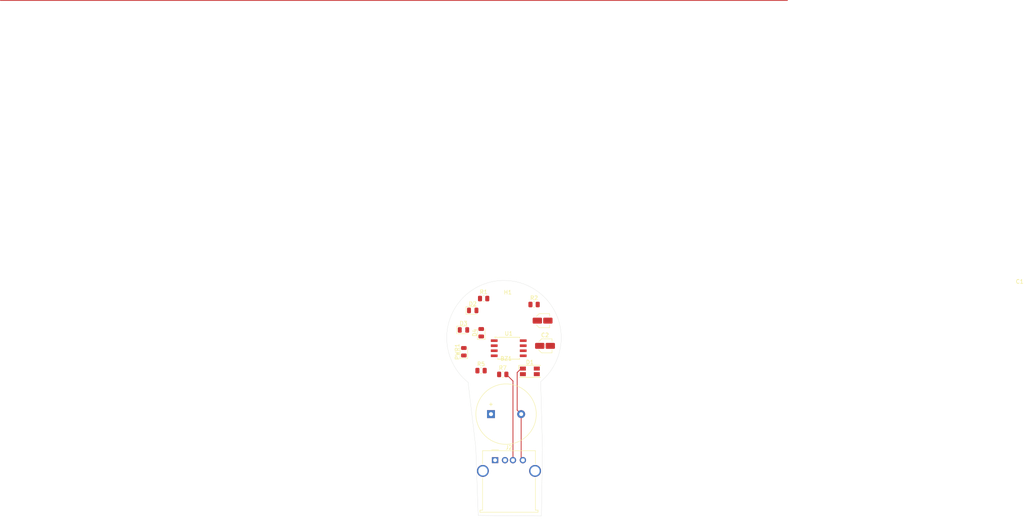
<source format=kicad_pcb>
(kicad_pcb (version 20240108) (generator "pcbnew") (generator_version "8.0")
  (layers (0 "F.Cu" signal) (31 "B.Cu" signal) (34 "B.Paste" user) (35 "F.Paste" user) (36 "B.SilkS" user "B.Silkscreen") (37 "F.SilkS" user "F.Silkscreen") (38 "B.Mask" user) (39 "F.Mask" user) (44 "Edge.Cuts" user))
  (net 0 "")
  (net 1 "GND")
  (net 2 "/BUZZER")
  (net 3 "+5V")
  (net 4 "/RED")
  (net 5 "/BLUE")
  (net 6 "/GREEN")
  (net 7 "/D-")
  (net 8 "/D+")
  (net 9 "Net-(D4-K)")
  (net 12 "Net-(PWR1-A)")
  (net 13 "/PB3")
  (net 14 "/PB4")
  (net 15 "VCC")
  (footprint "Diode_SMD:D_0805_2012Metric" (layer "F.Cu") (at 116.57 82.95)
    (property "Reference" "D3" (at 0 -1.65 0) (layer "F.SilkS"))
    (property "Value" "3.6V")
    (fp_line (start -1.685 -0.96) (end -1.685 0.96) (stroke (width 0.12)) (layer "F.SilkS"))
    (fp_line (start -1.685 0.96) (end 1 0.96) (stroke (width 0.12)) (layer "F.SilkS"))
    (fp_line (start 1 -0.96) (end -1.685 -0.96) (stroke (width 0.12)) (layer "F.SilkS"))
    (pad "1" smd roundrect (at -0.9375 0) (size 0.975 1.4) (layers "F.Cu" "F.Paste" "F.Mask") (net 8 "/D+"))
    (pad "2" smd roundrect (at 0.9375 0) (size 0.975 1.4) (layers "F.Cu" "F.Paste" "F.Mask") (net 1 "GND"))
  )
  (footprint "Resistor_SMD:R_0805_2012Metric" (layer "F.Cu") (at 121.64 75.05)
    (property "Reference" "R1" (at 0 -1.65 0) (layer "F.SilkS"))
    (property "Value" "1K5")
    (fp_line (start -0.227064 -0.735) (end 0.227064 -0.735) (stroke (width 0.12)) (layer "F.SilkS"))
    (fp_line (start -0.227064 0.735) (end 0.227064 0.735) (stroke (width 0.12)) (layer "F.SilkS"))
    (pad "1" smd roundrect (at -0.9125 0) (size 1.025 1.4) (layers "F.Cu" "F.Paste" "F.Mask") (roundrect_rratio 0.243902) (net 3 "+5V"))
    (pad "2" smd roundrect (at 0.9125 0) (size 1.025 1.4) (layers "F.Cu" "F.Paste" "F.Mask") (roundrect_rratio 0.243902) (net 7 "/D-"))
  )
  (footprint "LED_SMD:LED_RGB_1210" (layer "F.Cu") (at 133.27 93.38)
    (property "Reference" "D1" (at 0 -2.3 0) (layer "F.SilkS"))
    (property "Value" "LED_KRGB")
    (fp_line (start -2.8 -0.5) (end -2.8 -1.5) (stroke (width 0.15)) (layer "F.SilkS"))
    (fp_line (start 2.7 -1.5) (end -2.8 -1.5) (stroke (width 0.15)) (layer "F.SilkS"))
    (fp_line (start 2.7 1.5) (end -2.7 1.5) (stroke (width 0.15)) (layer "F.SilkS"))
    (pad "1" smd rect (at -1.75 -0.7 180) (size 1.5 1) (layers "F.Cu" "F.Paste" "F.Mask") (net 1 "GND"))
    (pad "2" smd rect (at -1.75 0.7 180) (size 1.5 1) (layers "F.Cu" "F.Paste" "F.Mask") (net 5 "/BLUE"))
    (pad "3" smd rect (at 1.75 0.7 180) (size 1.5 1) (layers "F.Cu" "F.Paste" "F.Mask") (net 6 "/GREEN"))
    (pad "4" smd rect (at 1.75 -0.7 180) (size 1.5 1) (layers "F.Cu" "F.Paste" "F.Mask") (net 4 "/RED"))
  )
  (footprint "Connector_USB:USB_A_Molex_67643_Horizontal" (layer "F.Cu") (at 124.52 115.73)
    (property "Reference" "J2" (at 3.5 -3.19 360) (layer "F.SilkS"))
    (property "Value" "USB_A")
    (fp_line (start -3.81 12.58) (end -3.81 13.1) (stroke (width 0.12)) (layer "F.SilkS"))
    (fp_line (start -3.81 13.1) (end 10.81 13.1) (stroke (width 0.12)) (layer "F.SilkS"))
    (fp_line (start -3.16 -2.38) (end -3.16 0.95) (stroke (width 0.12)) (layer "F.SilkS"))
    (fp_line (start -3.16 -2.38) (end 10.16 -2.38) (stroke (width 0.12)) (layer "F.SilkS"))
    (fp_line (start -3.16 12.58) (end -3.81 12.58) (stroke (width 0.12)) (layer "F.SilkS"))
    (fp_line (start -3.16 12.58) (end -3.16 4.47) (stroke (width 0.12)) (layer "F.SilkS"))
    (fp_line (start -0.9 -2.6) (end 0.9 -2.6) (stroke (width 0.12)) (layer "F.SilkS"))
    (fp_line (start 10.16 -2.38) (end 10.16 0.95) (stroke (width 0.12)) (layer "F.SilkS"))
    (fp_line (start 10.16 4.47) (end 10.16 12.58) (stroke (width 0.12)) (layer "F.SilkS"))
    (fp_line (start 10.81 12.58) (end 10.16 12.58) (stroke (width 0.12)) (layer "F.SilkS"))
    (fp_line (start 10.81 13.1) (end 10.81 12.58) (stroke (width 0.12)) (layer "F.SilkS"))
    (pad "1" thru_hole rect (at 0 0) (size 1.6 1.5) (drill 0.95) (layers "*.Cu" "*.Mask") (net 9 "Net-(D4-K)"))
    (pad "2" thru_hole circle (at 2.5 0) (size 1.6 1.6) (drill 0.95) (layers "*.Cu" "*.Mask") (net 7 "/D-"))
    (pad "3" thru_hole circle (at 4.5 0) (size 1.6 1.6) (drill 0.95) (layers "*.Cu" "*.Mask") (net 8 "/D+"))
    (pad "4" thru_hole circle (at 7 0) (size 1.6 1.6) (drill 0.95) (layers "*.Cu" "*.Mask") (net 1 "GND"))
    (pad "5" thru_hole circle (at -3.07 2.71) (size 3 3) (drill 2.3) (layers "*.Cu" "*.Mask"))
    (pad "5" thru_hole circle (at 10.07 2.71) (size 3 3) (drill 2.3) (layers "*.Cu" "*.Mask"))
  )
  (footprint "Capacitor_SMD:C_Elec_3x5.4" (layer "F.Cu") (at 137.09 86.96)
    (property "Reference" "C2" (at 0 -2.7 0) (layer "F.SilkS"))
    (property "Value" "0.1uf")
    (fp_line (start -1.620563 -1.01) (end -0.870563 -1.76) (stroke (width 0.12)) (layer "F.SilkS"))
    (fp_line (start -1.620563 1.01) (end -0.870563 1.76) (stroke (width 0.12)) (layer "F.SilkS"))
    (fp_line (start -0.870563 -1.76) (end 1.76 -1.76) (stroke (width 0.12)) (layer "F.SilkS"))
    (fp_line (start -0.870563 1.76) (end 1.76 1.76) (stroke (width 0.12)) (layer "F.SilkS"))
    (fp_line (start 1.76 -1.76) (end 1.76 -1.01) (stroke (width 0.12)) (layer "F.SilkS"))
    (fp_line (start 1.76 1.76) (end 1.76 1.01) (stroke (width 0.12)) (layer "F.SilkS"))
    (pad "1" smd roundrect (at -1.325 0) (size 2.35 1.5) (layers "F.Cu" "F.Paste" "F.Mask") (roundrect_rratio 0.166667) (net 3 "+5V"))
    (pad "2" smd roundrect (at 1.325 0) (size 2.35 1.5) (layers "F.Cu" "F.Paste" "F.Mask") (roundrect_rratio 0.166667) (net 1 "GND"))
  )
  (footprint "MountingHole:MountingHole_4mm" (layer "F.Cu") (at 127.72 78.49)
    (property "Reference" "H1" (at 0 -5 0) (layer "F.SilkS"))
    (property "Value" "MountingHole")
    (pad "" np_thru_hole circle (at 0 0) (size 4 4) (drill 4) (layers "*.Cu" "*.Mask"))
  )
  (footprint "Diode_SMD:D_0805_2012Metric" (layer "F.Cu") (at 118.8925 78.04)
    (property "Reference" "D2" (at 0 -1.65 0) (layer "F.SilkS"))
    (property "Value" "3.6V")
    (fp_line (start -1.685 -0.96) (end -1.685 0.96) (stroke (width 0.12)) (layer "F.SilkS"))
    (fp_line (start -1.685 0.96) (end 1 0.96) (stroke (width 0.12)) (layer "F.SilkS"))
    (fp_line (start 1 -0.96) (end -1.685 -0.96) (stroke (width 0.12)) (layer "F.SilkS"))
    (pad "1" smd roundrect (at -0.9375 0) (size 0.975 1.4) (layers "F.Cu" "F.Paste" "F.Mask") (net 7 "/D-"))
    (pad "2" smd roundrect (at 0.9375 0) (size 0.975 1.4) (layers "F.Cu" "F.Paste" "F.Mask") (net 1 "GND"))
  )
  (footprint "LED_SMD:LED_0805_2012Metric" (layer "F.Cu") (at 116.66 88.4375 90)
    (property "Reference" "PWR1" (at 0 -1.65 90) (layer "F.SilkS"))
    (property "Value" "LED")
    (fp_line (start 1 -0.96) (end -1.685 -0.96) (stroke (width 0.12)) (layer "F.SilkS"))
    (fp_line (start -1.685 -0.96) (end -1.685 0.96) (stroke (width 0.12)) (layer "F.SilkS"))
    (fp_line (start -1.685 0.96) (end 1 0.96) (stroke (width 0.12)) (layer "F.SilkS"))
    (pad "1" smd roundrect (at -0.9375 0 90) (size 0.975 1.4) (layers "F.Cu" "F.Paste" "F.Mask") (net 3 "+5V"))
    (pad "2" smd roundrect (at 0.9375 0 90) (size 0.975 1.4) (layers "F.Cu" "F.Paste" "F.Mask") (net 12 "Net-(PWR1-A)"))
  )
  (footprint "Resistor_SMD:R_0805_2012Metric" (layer "F.Cu") (at 120.9875 93.19)
    (property "Reference" "R5" (at 0 -1.65 0) (layer "F.SilkS"))
    (property "Value" "68")
    (fp_line (start -0.227064 -0.735) (end 0.227064 -0.735) (stroke (width 0.12)) (layer "F.SilkS"))
    (fp_line (start -0.227064 0.735) (end 0.227064 0.735) (stroke (width 0.12)) (layer "F.SilkS"))
    (pad "1" smd roundrect (at -0.9125 0) (size 1.025 1.4) (layers "F.Cu" "F.Paste" "F.Mask") (roundrect_rratio 0.243902) (net 7 "/D-"))
    (pad "2" smd roundrect (at 0.9125 0) (size 1.025 1.4) (layers "F.Cu" "F.Paste" "F.Mask") (roundrect_rratio 0.243902) (net 13 "/PB3"))
  )
  (footprint "Resistor_SMD:R_0805_2012Metric" (layer "F.Cu") (at 126.4525 94.15)
    (property "Reference" "R7" (at 0 -1.65 0) (layer "F.SilkS"))
    (property "Value" "68")
    (fp_line (start -0.227064 -0.735) (end 0.227064 -0.735) (stroke (width 0.12)) (layer "F.SilkS"))
    (fp_line (start -0.227064 0.735) (end 0.227064 0.735) (stroke (width 0.12)) (layer "F.SilkS"))
    (pad "1" smd roundrect (at -0.9125 0) (size 1.025 1.4) (layers "F.Cu" "F.Paste" "F.Mask") (roundrect_rratio 0.243902) (net 14 "/PB4"))
    (pad "2" smd roundrect (at 0.9125 0) (size 1.025 1.4) (layers "F.Cu" "F.Paste" "F.Mask") (roundrect_rratio 0.243902) (net 8 "/D+"))
  )
  (footprint "Package_SO:SOIC-8W_5.3x5.3mm_P1.27mm" (layer "F.Cu") (at 127.95 87.55)
    (property "Reference" "U1" (at 0 -3.68 0) (layer "F.SilkS"))
    (property "Value" "ATtiny85V-10S")
    (fp_line (start -2.75 -2.755) (end -2.75 -2.55) (stroke (width 0.15)) (layer "F.SilkS"))
    (fp_line (start -2.75 -2.755) (end 2.75 -2.755) (stroke (width 0.15)) (layer "F.SilkS"))
    (fp_line (start -2.75 2.755) (end -2.75 2.55) (stroke (width 0.15)) (layer "F.SilkS"))
    (fp_line (start -2.75 2.755) (end 2.75 2.755) (stroke (width 0.15)) (layer "F.SilkS"))
    (fp_line (start 2.75 -2.755) (end 2.75 -2.55) (stroke (width 0.15)) (layer "F.SilkS"))
    (fp_line (start 2.75 2.755) (end 2.75 2.55) (stroke (width 0.15)) (layer "F.SilkS"))
    (fp_poly (pts (xy -3.3 -2.5) (xy -3.54 -2.83) (xy -3.06 -2.83) (xy -3.3 -2.5)) (stroke (width 0.12)) (fill solid) (layer "F.SilkS"))
    (pad "1" smd rect (at -3.65 -1.905) (size 1.7 0.65) (layers "F.Cu" "F.Paste" "F.Mask") (net 2 "/BUZZER"))
    (pad "2" smd rect (at -3.65 -0.635) (size 1.7 0.65) (layers "F.Cu" "F.Paste" "F.Mask") (net 14 "/PB4"))
    (pad "3" smd rect (at -3.65 0.635) (size 1.7 0.65) (layers "F.Cu" "F.Paste" "F.Mask") (net 13 "/PB3"))
    (pad "4" smd rect (at -3.65 1.905) (size 1.7 0.65) (layers "F.Cu" "F.Paste" "F.Mask") (net 1 "GND"))
    (pad "5" smd rect (at 3.65 1.905) (size 1.7 0.65) (layers "F.Cu" "F.Paste" "F.Mask") (net 5 "/BLUE"))
    (pad "6" smd rect (at 3.65 0.635) (size 1.7 0.65) (layers "F.Cu" "F.Paste" "F.Mask") (net 6 "/GREEN"))
    (pad "7" smd rect (at 3.65 -0.635) (size 1.7 0.65) (layers "F.Cu" "F.Paste" "F.Mask") (net 4 "/RED"))
    (pad "8" smd rect (at 3.65 -1.905) (size 1.7 0.65) (layers "F.Cu" "F.Paste" "F.Mask") (net 15 "VCC"))
  )
  (footprint "Resistor_SMD:R_0805_2012Metric" (layer "F.Cu") (at 134.3375 76.55)
    (property "Reference" "R2" (at 0 -1.65 0) (layer "F.SilkS"))
    (property "Value" "1K")
    (fp_line (start -0.227064 -0.735) (end 0.227064 -0.735) (stroke (width 0.12)) (layer "F.SilkS"))
    (fp_line (start -0.227064 0.735) (end 0.227064 0.735) (stroke (width 0.12)) (layer "F.SilkS"))
    (pad "1" smd roundrect (at -0.9125 0) (size 1.025 1.4) (layers "F.Cu" "F.Paste" "F.Mask") (roundrect_rratio 0.243902) (net 1 "GND"))
    (pad "2" smd roundrect (at 0.9125 0) (size 1.025 1.4) (layers "F.Cu" "F.Paste" "F.Mask") (roundrect_rratio 0.243902) (net 12 "Net-(PWR1-A)"))
  )
  (footprint "Capacitor_SMD:C_Elec_3x5.4" (layer "F.Cu") (at 136.48 80.61)
    (property "Reference" "C1" (at 120.095 -9.83 0) (layer "F.SilkS"))
    (property "Value" "4.7uf")
    (fp_line (start -1.620563 -1.01) (end -0.870563 -1.76) (stroke (width 0.12)) (layer "F.SilkS"))
    (fp_line (start -1.620563 1.01) (end -0.870563 1.76) (stroke (width 0.12)) (layer "F.SilkS"))
    (fp_line (start -0.870563 -1.76) (end 1.76 -1.76) (stroke (width 0.12)) (layer "F.SilkS"))
    (fp_line (start -0.870563 1.76) (end 1.76 1.76) (stroke (width 0.12)) (layer "F.SilkS"))
    (fp_line (start 1.76 -1.76) (end 1.76 -1.01) (stroke (width 0.12)) (layer "F.SilkS"))
    (fp_line (start 1.76 1.76) (end 1.76 1.01) (stroke (width 0.12)) (layer "F.SilkS"))
    (pad "1" smd roundrect (at -1.325 0) (size 2.35 1.5) (layers "F.Cu" "F.Paste" "F.Mask") (roundrect_rratio 0.166667) (net 3 "+5V"))
    (pad "2" smd roundrect (at 1.325 0) (size 2.35 1.5) (layers "F.Cu" "F.Paste" "F.Mask") (roundrect_rratio 0.166667) (net 1 "GND"))
  )
  (footprint "Diode_SMD:D_0805_2012Metric" (layer "F.Cu") (at 121.03 83.6525 90)
    (property "Reference" "D4" (at 0 -1.65 90) (layer "F.SilkS"))
    (property "Value" "D_Schottky")
    (fp_line (start 1 -0.96) (end -1.685 -0.96) (stroke (width 0.12)) (layer "F.SilkS"))
    (fp_line (start -1.685 -0.96) (end -1.685 0.96) (stroke (width 0.12)) (layer "F.SilkS"))
    (fp_line (start -1.685 0.96) (end 1 0.96) (stroke (width 0.12)) (layer "F.SilkS"))
    (pad "1" smd roundrect (at -0.9375 0 90) (size 0.975 1.4) (layers "F.Cu" "F.Paste" "F.Mask") (net 9 "Net-(D4-K)"))
    (pad "2" smd roundrect (at 0.9375 0 90) (size 0.975 1.4) (layers "F.Cu" "F.Paste" "F.Mask") (net 3 "+5V"))
  )
  (footprint "Buzzer_Beeper:Buzzer_15x7.5RM7.6" (layer "F.Cu") (at 123.49 104.14)
    (property "Reference" "BZ1" (at 3.81 -13.97 0) (layer "F.SilkS"))
    (property "Value" "BUZZER")
    (fp_circle (center 3.8 0) (end 11.4 0) (stroke (width 0.12)) (fill none) (layer "F.SilkS"))
    (fp_text user "+" (at -0.01 -2.54 0) (layer "F.SilkS"))
    (pad "1" thru_hole rect (at 0 0) (size 2 2) (drill 1) (layers "*.Cu" "*.Mask") (net 2 "/BUZZER"))
    (pad "2" thru_hole circle (at 7.6 0) (size 2 2) (drill 1) (layers "*.Cu" "*.Mask") (net 1 "GND"))
  )
  (gr_arc (start 117.725052 96.13813) (mid 126.627416 70.498768) (end 136 95.97) (stroke (width 0.05)) (layer "Edge.Cuts"))
  (gr_line (start 120.27 129.65) (end 136.18 129.78) (stroke (width 0.05)) (layer "Edge.Cuts"))
  (gr_line (start 136 95.97) (end 136.45 112.96) (stroke (width 0.05)) (layer "Edge.Cuts"))
  (gr_line (start 136.18 129.78) (end 136.45 112.96) (stroke (width 0.05)) (layer "Edge.Cuts"))
  (gr_line (start 119.67 112.62) (end 117.725052 96.13813) (stroke (width 0.05)) (layer "Edge.Cuts"))
  (gr_line (start 120.27 129.65) (end 119.67 112.62) (stroke (width 0.05)) (layer "Edge.Cuts"))
  (segment (start 0 0) (end 198.12 0) (width 0.2) (layer "F.Cu") (net 0))
  (segment (start 0 0) (end 157.48 0) (width 0) (layer "F.Cu") (net 0))
  (segment (start 130.09 103.14) (end 130.09 93.66) (width 0.2) (layer "F.Cu") (net 1))
  (segment (start 130.09 93.66) (end 131.07 92.68) (width 0.2) (layer "F.Cu") (net 1))
  (segment (start 131.09 115.3) (end 131.52 115.73) (width 0.2) (layer "F.Cu") (net 1))
  (segment (start 131.09 104.14) (end 131.09 115.3) (width 0.2) (layer "F.Cu") (net 1))
  (segment (start 131.09 104.14) (end 130.09 103.14) (width 0.2) (layer "F.Cu") (net 1))
  (segment (start 131.07 92.68) (end 131.52 92.68) (width 0.2) (layer "F.Cu") (net 1))
  (segment (start 129.02 115.73) (end 129.02 95.805) (width 0.2) (layer "F.Cu") (net 8))
  (segment (start 129.02 95.805) (end 127.365 94.15) (width 0.2) (layer "F.Cu") (net 8))
)
</source>
